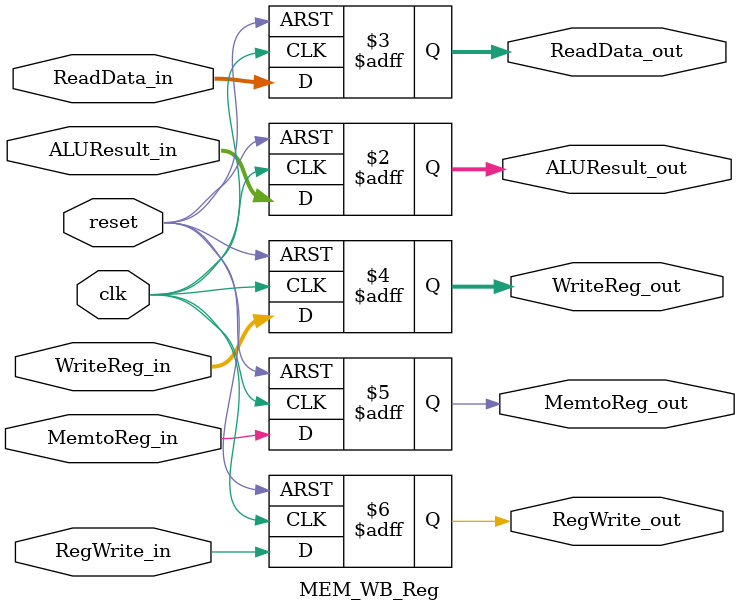
<source format=v>
module MEM_WB_Reg (
    input wire clk,
    input wire reset,
    input wire [31:0] ALUResult_in,
    input wire [31:0] ReadData_in,
    input wire [4:0] WriteReg_in,
    input wire MemtoReg_in,
    input wire RegWrite_in,
    output reg [31:0] ALUResult_out,
    output reg [31:0] ReadData_out,
    output reg [4:0] WriteReg_out,
    output reg MemtoReg_out,
    output reg RegWrite_out
);
    always @(posedge clk or posedge reset) begin
        if (reset) begin
            ALUResult_out <= 0;
            ReadData_out <= 0;
            WriteReg_out <= 0;
            MemtoReg_out <= 0;
            RegWrite_out <= 0;
        end else begin
            ALUResult_out <= ALUResult_in;
            ReadData_out <= ReadData_in;
            WriteReg_out <= WriteReg_in;
            MemtoReg_out <= MemtoReg_in;
            RegWrite_out <= RegWrite_in;
        end
    end
endmodule
</source>
